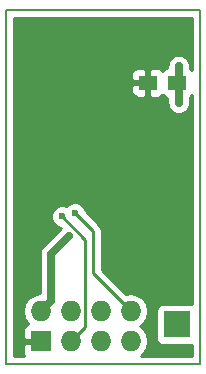
<source format=gbr>
G04 #@! TF.FileFunction,Copper,L1,Top,Signal*
%FSLAX46Y46*%
G04 Gerber Fmt 4.6, Leading zero omitted, Abs format (unit mm)*
G04 Created by KiCad (PCBNEW 4.0.1-3.201512221401+6198~38~ubuntu15.10.1-stable) date søn 24 jan 2016 12:57:00 CET*
%MOMM*%
G01*
G04 APERTURE LIST*
%ADD10C,0.100000*%
%ADD11C,0.150000*%
%ADD12R,1.727200X1.727200*%
%ADD13O,1.727200X1.727200*%
%ADD14R,1.500000X1.250000*%
%ADD15R,2.235200X2.235200*%
%ADD16C,0.600000*%
%ADD17C,0.254000*%
%ADD18C,0.635000*%
G04 APERTURE END LIST*
D10*
D11*
X16711600Y-14900000D02*
X16711600Y-44900000D01*
X33170800Y-14900000D02*
X16711600Y-14900000D01*
X33170800Y-44900000D02*
X33170800Y-14900000D01*
X16711600Y-44900000D02*
X33170800Y-44900000D01*
D12*
X19658000Y-42960000D03*
D13*
X19658000Y-40420000D03*
X22198000Y-42960000D03*
X22198000Y-40420000D03*
X24738000Y-42960000D03*
X24738000Y-40420000D03*
X27278000Y-42960000D03*
X27278000Y-40420000D03*
D14*
X31220400Y-21065200D03*
X28720400Y-21065200D03*
D15*
X31189600Y-41537600D03*
D16*
X21486800Y-32393600D03*
X31342000Y-22792400D03*
X22096400Y-34019200D03*
X31342000Y-19642800D03*
X30021200Y-34019200D03*
X22553600Y-32088800D03*
D17*
X22198000Y-42960000D02*
X23442601Y-41715399D01*
X23442601Y-34349401D02*
X21486800Y-32393600D01*
X23442601Y-41715399D02*
X23442601Y-34349401D01*
D18*
X31342000Y-22792400D02*
X31342000Y-21186800D01*
X31342000Y-21186800D02*
X31220400Y-21065200D01*
X20521599Y-35594001D02*
X22096400Y-34019200D01*
X19658000Y-40420000D02*
X20521599Y-39556401D01*
X20521599Y-39556401D02*
X20521599Y-35594001D01*
X31342000Y-19642800D02*
X31342000Y-20943600D01*
X31342000Y-20943600D02*
X31220400Y-21065200D01*
D17*
X22553600Y-32088800D02*
X24077600Y-33612800D01*
X24077600Y-33612800D02*
X24077600Y-37219600D01*
X24077600Y-37219600D02*
X26262000Y-39404000D01*
X26262000Y-39404000D02*
X27278000Y-40420000D01*
G36*
X32460800Y-20029646D02*
X32434490Y-19988759D01*
X32294500Y-19893108D01*
X32294500Y-19642800D01*
X32277077Y-19555209D01*
X32277162Y-19457633D01*
X32239572Y-19366657D01*
X32221995Y-19278294D01*
X32172379Y-19204039D01*
X32135117Y-19113857D01*
X32065572Y-19044190D01*
X32015519Y-18969281D01*
X31941264Y-18919665D01*
X31872327Y-18850608D01*
X31781416Y-18812858D01*
X31706506Y-18762805D01*
X31618917Y-18745382D01*
X31528799Y-18707962D01*
X31430362Y-18707876D01*
X31342000Y-18690300D01*
X31254409Y-18707723D01*
X31156833Y-18707638D01*
X31065857Y-18745228D01*
X30977494Y-18762805D01*
X30903239Y-18812421D01*
X30813057Y-18849683D01*
X30743390Y-18919228D01*
X30668481Y-18969281D01*
X30618865Y-19043536D01*
X30549808Y-19112473D01*
X30512058Y-19203384D01*
X30462005Y-19278294D01*
X30444582Y-19365883D01*
X30407162Y-19456001D01*
X30407076Y-19554438D01*
X30389500Y-19642800D01*
X30389500Y-19807982D01*
X30235083Y-19837038D01*
X30018959Y-19976110D01*
X29972431Y-20044206D01*
X29830098Y-19901873D01*
X29596709Y-19805200D01*
X29006150Y-19805200D01*
X28847400Y-19963950D01*
X28847400Y-20938200D01*
X28867400Y-20938200D01*
X28867400Y-21192200D01*
X28847400Y-21192200D01*
X28847400Y-22166450D01*
X29006150Y-22325200D01*
X29596709Y-22325200D01*
X29830098Y-22228527D01*
X29971336Y-22087290D01*
X30006310Y-22141641D01*
X30218510Y-22286631D01*
X30389500Y-22321257D01*
X30389500Y-22792400D01*
X30406923Y-22879991D01*
X30406838Y-22977567D01*
X30444428Y-23068543D01*
X30462005Y-23156906D01*
X30511621Y-23231161D01*
X30548883Y-23321343D01*
X30618428Y-23391010D01*
X30668481Y-23465919D01*
X30742736Y-23515535D01*
X30811673Y-23584592D01*
X30902584Y-23622342D01*
X30977494Y-23672395D01*
X31065083Y-23689818D01*
X31155201Y-23727238D01*
X31253638Y-23727324D01*
X31342000Y-23744900D01*
X31429591Y-23727477D01*
X31527167Y-23727562D01*
X31618143Y-23689972D01*
X31706506Y-23672395D01*
X31780761Y-23622779D01*
X31870943Y-23585517D01*
X31940610Y-23515972D01*
X32015519Y-23465919D01*
X32065135Y-23391664D01*
X32134192Y-23322727D01*
X32171942Y-23231816D01*
X32221995Y-23156906D01*
X32239418Y-23069317D01*
X32276838Y-22979199D01*
X32276924Y-22880762D01*
X32294500Y-22792400D01*
X32294500Y-22236232D01*
X32421841Y-22154290D01*
X32460800Y-22097272D01*
X32460800Y-39803665D01*
X32307200Y-39772560D01*
X30072000Y-39772560D01*
X29836683Y-39816838D01*
X29620559Y-39955910D01*
X29475569Y-40168110D01*
X29424560Y-40420000D01*
X29424560Y-42655200D01*
X29468838Y-42890517D01*
X29607910Y-43106641D01*
X29820110Y-43251631D01*
X30072000Y-43302640D01*
X32307200Y-43302640D01*
X32460800Y-43273738D01*
X32460800Y-44190000D01*
X28126692Y-44190000D01*
X28337670Y-44049029D01*
X28662526Y-43562848D01*
X28776600Y-42989359D01*
X28776600Y-42930641D01*
X28662526Y-42357152D01*
X28337670Y-41870971D01*
X28066828Y-41690000D01*
X28337670Y-41509029D01*
X28662526Y-41022848D01*
X28776600Y-40449359D01*
X28776600Y-40390641D01*
X28662526Y-39817152D01*
X28337670Y-39330971D01*
X27851489Y-39006115D01*
X27278000Y-38892041D01*
X26902385Y-38966755D01*
X24839600Y-36903970D01*
X24839600Y-33612800D01*
X24781596Y-33321195D01*
X24718044Y-33226083D01*
X24616415Y-33073984D01*
X23488725Y-31946295D01*
X23488762Y-31903633D01*
X23346717Y-31559857D01*
X23083927Y-31296608D01*
X22740399Y-31153962D01*
X22368433Y-31153638D01*
X22024657Y-31295683D01*
X21806155Y-31513804D01*
X21673599Y-31458762D01*
X21301633Y-31458438D01*
X20957857Y-31600483D01*
X20694608Y-31863273D01*
X20551962Y-32206801D01*
X20551638Y-32578767D01*
X20693683Y-32922543D01*
X20956473Y-33185792D01*
X21300001Y-33328438D01*
X21344046Y-33328476D01*
X21392066Y-33376496D01*
X19848080Y-34920482D01*
X19641604Y-35229495D01*
X19569099Y-35594001D01*
X19569099Y-38909724D01*
X19084511Y-39006115D01*
X18598330Y-39330971D01*
X18273474Y-39817152D01*
X18159400Y-40390641D01*
X18159400Y-40449359D01*
X18273474Y-41022848D01*
X18588526Y-41494356D01*
X18434701Y-41558073D01*
X18256073Y-41736702D01*
X18159400Y-41970091D01*
X18159400Y-42674250D01*
X18318150Y-42833000D01*
X19531000Y-42833000D01*
X19531000Y-42813000D01*
X19785000Y-42813000D01*
X19785000Y-42833000D01*
X19805000Y-42833000D01*
X19805000Y-43087000D01*
X19785000Y-43087000D01*
X19785000Y-43107000D01*
X19531000Y-43107000D01*
X19531000Y-43087000D01*
X18318150Y-43087000D01*
X18159400Y-43245750D01*
X18159400Y-43949909D01*
X18256073Y-44183298D01*
X18262775Y-44190000D01*
X17421600Y-44190000D01*
X17421600Y-21350950D01*
X27335400Y-21350950D01*
X27335400Y-21816510D01*
X27432073Y-22049899D01*
X27610702Y-22228527D01*
X27844091Y-22325200D01*
X28434650Y-22325200D01*
X28593400Y-22166450D01*
X28593400Y-21192200D01*
X27494150Y-21192200D01*
X27335400Y-21350950D01*
X17421600Y-21350950D01*
X17421600Y-20313890D01*
X27335400Y-20313890D01*
X27335400Y-20779450D01*
X27494150Y-20938200D01*
X28593400Y-20938200D01*
X28593400Y-19963950D01*
X28434650Y-19805200D01*
X27844091Y-19805200D01*
X27610702Y-19901873D01*
X27432073Y-20080501D01*
X27335400Y-20313890D01*
X17421600Y-20313890D01*
X17421600Y-15610000D01*
X32460800Y-15610000D01*
X32460800Y-20029646D01*
X32460800Y-20029646D01*
G37*
X32460800Y-20029646D02*
X32434490Y-19988759D01*
X32294500Y-19893108D01*
X32294500Y-19642800D01*
X32277077Y-19555209D01*
X32277162Y-19457633D01*
X32239572Y-19366657D01*
X32221995Y-19278294D01*
X32172379Y-19204039D01*
X32135117Y-19113857D01*
X32065572Y-19044190D01*
X32015519Y-18969281D01*
X31941264Y-18919665D01*
X31872327Y-18850608D01*
X31781416Y-18812858D01*
X31706506Y-18762805D01*
X31618917Y-18745382D01*
X31528799Y-18707962D01*
X31430362Y-18707876D01*
X31342000Y-18690300D01*
X31254409Y-18707723D01*
X31156833Y-18707638D01*
X31065857Y-18745228D01*
X30977494Y-18762805D01*
X30903239Y-18812421D01*
X30813057Y-18849683D01*
X30743390Y-18919228D01*
X30668481Y-18969281D01*
X30618865Y-19043536D01*
X30549808Y-19112473D01*
X30512058Y-19203384D01*
X30462005Y-19278294D01*
X30444582Y-19365883D01*
X30407162Y-19456001D01*
X30407076Y-19554438D01*
X30389500Y-19642800D01*
X30389500Y-19807982D01*
X30235083Y-19837038D01*
X30018959Y-19976110D01*
X29972431Y-20044206D01*
X29830098Y-19901873D01*
X29596709Y-19805200D01*
X29006150Y-19805200D01*
X28847400Y-19963950D01*
X28847400Y-20938200D01*
X28867400Y-20938200D01*
X28867400Y-21192200D01*
X28847400Y-21192200D01*
X28847400Y-22166450D01*
X29006150Y-22325200D01*
X29596709Y-22325200D01*
X29830098Y-22228527D01*
X29971336Y-22087290D01*
X30006310Y-22141641D01*
X30218510Y-22286631D01*
X30389500Y-22321257D01*
X30389500Y-22792400D01*
X30406923Y-22879991D01*
X30406838Y-22977567D01*
X30444428Y-23068543D01*
X30462005Y-23156906D01*
X30511621Y-23231161D01*
X30548883Y-23321343D01*
X30618428Y-23391010D01*
X30668481Y-23465919D01*
X30742736Y-23515535D01*
X30811673Y-23584592D01*
X30902584Y-23622342D01*
X30977494Y-23672395D01*
X31065083Y-23689818D01*
X31155201Y-23727238D01*
X31253638Y-23727324D01*
X31342000Y-23744900D01*
X31429591Y-23727477D01*
X31527167Y-23727562D01*
X31618143Y-23689972D01*
X31706506Y-23672395D01*
X31780761Y-23622779D01*
X31870943Y-23585517D01*
X31940610Y-23515972D01*
X32015519Y-23465919D01*
X32065135Y-23391664D01*
X32134192Y-23322727D01*
X32171942Y-23231816D01*
X32221995Y-23156906D01*
X32239418Y-23069317D01*
X32276838Y-22979199D01*
X32276924Y-22880762D01*
X32294500Y-22792400D01*
X32294500Y-22236232D01*
X32421841Y-22154290D01*
X32460800Y-22097272D01*
X32460800Y-39803665D01*
X32307200Y-39772560D01*
X30072000Y-39772560D01*
X29836683Y-39816838D01*
X29620559Y-39955910D01*
X29475569Y-40168110D01*
X29424560Y-40420000D01*
X29424560Y-42655200D01*
X29468838Y-42890517D01*
X29607910Y-43106641D01*
X29820110Y-43251631D01*
X30072000Y-43302640D01*
X32307200Y-43302640D01*
X32460800Y-43273738D01*
X32460800Y-44190000D01*
X28126692Y-44190000D01*
X28337670Y-44049029D01*
X28662526Y-43562848D01*
X28776600Y-42989359D01*
X28776600Y-42930641D01*
X28662526Y-42357152D01*
X28337670Y-41870971D01*
X28066828Y-41690000D01*
X28337670Y-41509029D01*
X28662526Y-41022848D01*
X28776600Y-40449359D01*
X28776600Y-40390641D01*
X28662526Y-39817152D01*
X28337670Y-39330971D01*
X27851489Y-39006115D01*
X27278000Y-38892041D01*
X26902385Y-38966755D01*
X24839600Y-36903970D01*
X24839600Y-33612800D01*
X24781596Y-33321195D01*
X24718044Y-33226083D01*
X24616415Y-33073984D01*
X23488725Y-31946295D01*
X23488762Y-31903633D01*
X23346717Y-31559857D01*
X23083927Y-31296608D01*
X22740399Y-31153962D01*
X22368433Y-31153638D01*
X22024657Y-31295683D01*
X21806155Y-31513804D01*
X21673599Y-31458762D01*
X21301633Y-31458438D01*
X20957857Y-31600483D01*
X20694608Y-31863273D01*
X20551962Y-32206801D01*
X20551638Y-32578767D01*
X20693683Y-32922543D01*
X20956473Y-33185792D01*
X21300001Y-33328438D01*
X21344046Y-33328476D01*
X21392066Y-33376496D01*
X19848080Y-34920482D01*
X19641604Y-35229495D01*
X19569099Y-35594001D01*
X19569099Y-38909724D01*
X19084511Y-39006115D01*
X18598330Y-39330971D01*
X18273474Y-39817152D01*
X18159400Y-40390641D01*
X18159400Y-40449359D01*
X18273474Y-41022848D01*
X18588526Y-41494356D01*
X18434701Y-41558073D01*
X18256073Y-41736702D01*
X18159400Y-41970091D01*
X18159400Y-42674250D01*
X18318150Y-42833000D01*
X19531000Y-42833000D01*
X19531000Y-42813000D01*
X19785000Y-42813000D01*
X19785000Y-42833000D01*
X19805000Y-42833000D01*
X19805000Y-43087000D01*
X19785000Y-43087000D01*
X19785000Y-43107000D01*
X19531000Y-43107000D01*
X19531000Y-43087000D01*
X18318150Y-43087000D01*
X18159400Y-43245750D01*
X18159400Y-43949909D01*
X18256073Y-44183298D01*
X18262775Y-44190000D01*
X17421600Y-44190000D01*
X17421600Y-21350950D01*
X27335400Y-21350950D01*
X27335400Y-21816510D01*
X27432073Y-22049899D01*
X27610702Y-22228527D01*
X27844091Y-22325200D01*
X28434650Y-22325200D01*
X28593400Y-22166450D01*
X28593400Y-21192200D01*
X27494150Y-21192200D01*
X27335400Y-21350950D01*
X17421600Y-21350950D01*
X17421600Y-20313890D01*
X27335400Y-20313890D01*
X27335400Y-20779450D01*
X27494150Y-20938200D01*
X28593400Y-20938200D01*
X28593400Y-19963950D01*
X28434650Y-19805200D01*
X27844091Y-19805200D01*
X27610702Y-19901873D01*
X27432073Y-20080501D01*
X27335400Y-20313890D01*
X17421600Y-20313890D01*
X17421600Y-15610000D01*
X32460800Y-15610000D01*
X32460800Y-20029646D01*
M02*

</source>
